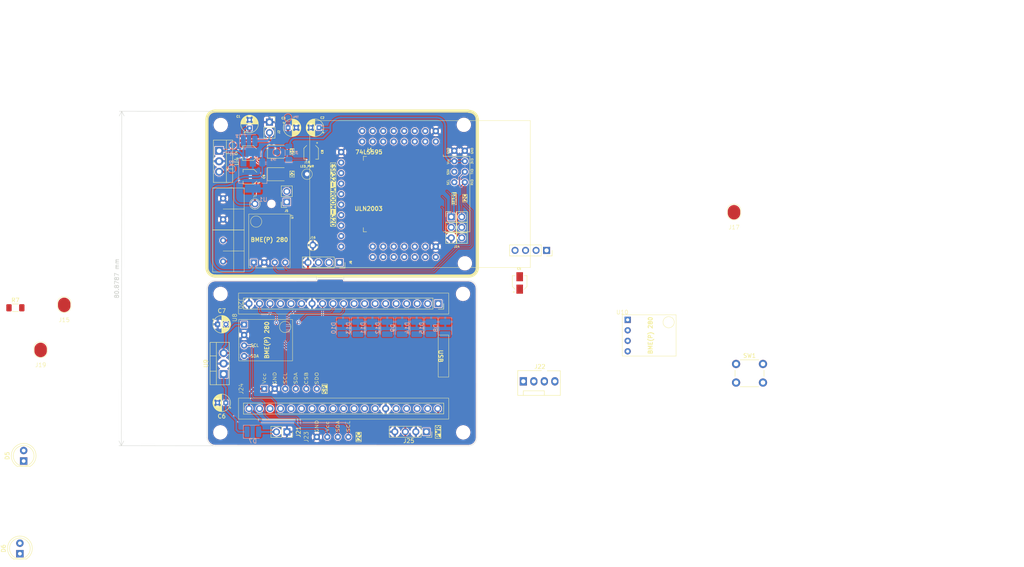
<source format=kicad_pcb>
(kicad_pcb (version 20240108) (generator "pcbnew") (generator_version "8.0")
  (layers (0 "F.Cu" signal) (31 "B.Cu" signal) (34 "B.Paste" user) (35 "F.Paste" user) (36 "B.SilkS" user "B.Silkscreen") (37 "F.SilkS" user "F.Silkscreen") (38 "B.Mask" user) (39 "F.Mask" user) (44 "Edge.Cuts" user))
  (net 0 "")
  (net 1 "GND")
  (net 2 "+3V3")
  (net 3 "+5V")
  (net 4 "/RXD")
  (net 5 "/TXD")
  (net 6 "/SDA")
  (net 7 "/GPIO_33")
  (net 8 "/SCL")
  (net 9 "/OUT3")
  (net 10 "/EN")
  (net 11 "/SOURCE2")
  (net 12 "/SOURCE1")
  (net 13 "/SOURCE3")
  (net 14 "/VDC")
  (net 15 "/DAC1")
  (net 16 "/DAC2")
  (net 17 "/GPIO39")
  (net 18 "/GPIO19")
  (net 19 "/GPIO17")
  (net 20 "/GPIO5")
  (net 21 "/GPIO18")
  (net 22 "/SD_DATA0")
  (net 23 "/ADC2_CH3")
  (net 24 "/SD_DATA3")
  (net 25 "/SD_CMD")
  (net 26 "/SD_CLK")
  (net 27 "/SD_DATA2")
  (net 28 "/SD_DATA1")
  (net 29 "/ADC2_CH0")
  (net 30 "/GPIO23")
  (net 31 "/GPIO36")
  (net 32 "/ADC2_CH2")
  (net 33 "/BOOT")
  (net 34 "/GPIO13")
  (net 35 "/SOURCE4")
  (net 36 "/SOURCE5")
  (net 37 "/SIPO_DATA")
  (net 38 "/SIPO_CLK")
  (net 39 "/SIPO_LATCH")
  (net 40 "/GPIO14")
  (net 41 "/OUT1")
  (net 42 "/VIN")
  (net 45 "Net-(D5-Pad1)")
  (net 46 "Net-(J15-Pin_1)")
  (net 47 "Net-(J19-Pin_1)")
  (net 48 "/OUT2")
  (net 60 "/RX")
  (net 65 "/TX")
  (net 76 "/SCL-2")
  (net 77 "/SDA-2")
  (net 80 "/12V")
  (net 82 "/QB-2")
  (net 83 "/QC-2")
  (net 84 "/QE-2")
  (net 85 "/QA-2")
  (net 86 "/QD-2")
  (net 87 "/QG-2")
  (net 88 "/QH-2")
  (net 89 "/QF-2")
  (net 90 "/SPI-SDO")
  (net 91 "/SPI-CSB")
  (net 92 "/SPI-SCL")
  (net 93 "/SPI-SDA")
  (net 94 "/D23")
  (net 95 "/D18")
  (footprint "Capacitor_THT:CP_Radial_D4.0mm_P2.00mm" (layer "F.Cu") (at 107 44.2 180)
    (property "Reference" "C2")
    (property "Value" "1uF")
  )
  (footprint "LED_SMD:LED_1210_3225Metric_Pad1.42x2.65mm_HandSolder" (layer "F.Cu") (at 97 55.45)
    (property "Reference" "D2")
    (property "Value" "STATUS")
  )
  (footprint "Capacitor_SMD:CP_Elec_3x5.3" (layer "F.Cu") (at 90.3 50.35 180)
    (property "Reference" "C4")
    (property "Value" "0.1uF")
  )
  (footprint "Resistor_SMD:R_1206_3216Metric_Pad1.30x1.75mm_HandSolder" (layer "F.Cu") (at 33.612 87.7585)
    (property "Reference" "R7")
    (property "Value" "4K7")
  )
  (footprint "LED_THT:LED_D5.0mm" (layer "F.Cu") (at 34.7 147.25 90)
    (property "Reference" "D6")
    (property "Value" "LED_STATUS")
  )
  (footprint "Button_Switch_THT:SW_PUSH_6mm" (layer "F.Cu") (at 207.8 101.35)
    (property "Reference" "SW1")
    (property "Value" "SW_Push")
  )
  (footprint "Connector:FanPinHeader_1x04_P2.54mm_Vertical" (layer "F.Cu") (at 156.38 105.55)
    (property "Reference" "J22")
    (property "Value" "Conn_01x04_Pin")
  )
  (footprint "Alexander Footprint Library:Pad_1x01_P2.54_SMD" (layer "F.Cu") (at 39.712 102.098)
    (property "Reference" "J19")
    (property "Value" "LED_PWR")
  )
  (footprint "Alexanddr Footprints Library:ESP32-WROOM-Adapter-Socket-2" (layer "F.Cu") (at 127.6 60.25 -90)
    (property "Reference" "J1")
    (property "Value" "~")
  )
  (footprint "Alexander Footprint Library:Pad_1x01_P2.54_SMD" (layer "F.Cu") (at 45.412 91.198)
    (property "Reference" "J15")
    (property "Value" "LED_PWR")
  )
  (footprint "MountingHole:MountingHole_3mm" (layer "F.Cu") (at 142 43.5)
    (property "Reference" "H1" (hide yes))
    (property "Value" "MountingHole_Pad")
  )
  (footprint "Connector_PinSocket_2.54mm:PinSocket_1x02_P2.54mm_Vertical" (layer "F.Cu") (at 99.25 117.775 -90)
    (property "Reference" "J21")
    (property "Value" "PWR")
  )
  (footprint "MountingHole:MountingHole_3mm" (layer "F.Cu") (at 83.25 43.53)
    (property "Reference" "H2" (hide yes))
    (property "Value" "MountingHole_Pad")
  )
  (footprint "Alexander Footprints Library:Conn_Terminal_5mm" (layer "F.Cu") (at 83.82 53.69)
    (property "Reference" "J9" (hide yes))
    (property "Value" "Conn_01x02_Socket")
  )
  (footprint "Alexander Footprint Library:Pad_1x01_P2.54_SMD" (layer "F.Cu") (at 207.3 68.7895)
    (property "Reference" "J17")
    (property "Value" "GND")
  )
  (footprint "MountingHole:MountingHole_3mm" (layer "F.Cu") (at 141.85 117.9)
    (property "Reference" "H4" (hide yes))
    (property "Value" "MountingHole_Pad")
  )
  (footprint "Capacitor_THT:CP_Radial_D4.0mm_P2.00mm" (layer "F.Cu") (at 82.5 91.75)
    (property "Reference" "C7")
    (property "Value" "1uF")
  )
  (footprint "Connector_PinSocket_2.54mm:PinSocket_1x04_P2.54mm_Vertical" (layer "F.Cu") (at 132.94 117.75 -90)
    (property "Reference" "J25")
    (property "Value" "PWR_SATA_Conn_01x04")
  )
  (footprint "Capacitor_SMD:CP_Elec_3x5.3" (layer "F.Cu") (at 90.4 56.05 180)
    (property "Reference" "C9")
    (property "Value" "0.1uF")
  )
  (footprint "Alexander Footprint Library:PinSocket_1x01_P2.54" (layer "F.Cu") (at 91.5 65.19)
    (property "Reference" "J7")
    (property "Value" "LED_PWR")
  )
  (footprint "Alexander Footprint Library:Conn_SPI" (layer "F.Cu") (at 88.68 107.35 90)
    (property "Reference" "J24")
    (property "Value" "~")
  )
  (footprint "Connector_PinSocket_2.54mm:PinSocket_1x02_P2.54mm_Vertical" (layer "F.Cu") (at 95.025 42.85)
    (property "Reference" "J2")
    (property "Value" "PWR")
  )
  (footprint "Connector_PinSocket_2.54mm:PinSocket_1x04_P2.54mm_Vertical" (layer "F.Cu") (at 111.94 76.8 -90)
    (property "Reference" "J6")
    (property "Value" "SOURCE")
  )
  (footprint "MountingHole:MountingHole_3mm" (layer "F.Cu") (at 83.15 117.9)
    (property "Reference" "H4" (hide yes))
    (property "Value" "MountingHole_Pad")
  )
  (footprint "Connector_PinSocket_2.54mm:PinSocket_1x04_P2.54mm_Vertical" (layer "F.Cu") (at 162 73.875 -90)
    (property "Reference" "J10" (hide yes))
    (property "Value" "ADC")
  )
  (footprint "Capacitor_SMD:CP_Elec_3x5.3" (layer "F.Cu") (at 155.5 81.75 90)
    (property "Reference" "C5")
    (property "Value" "0.1uF")
  )
  (footprint "MountingHole:MountingHole_3mm" (layer "F.Cu") (at 141.8 84.4)
    (property "Reference" "H4" (hide yes))
    (property "Value" "MountingHole_Pad")
  )
  (footprint "Capacitor_THT:CP_Radial_D4.0mm_P2.00mm" (layer "F.Cu") (at 99.5 44.2)
    (property "Reference" "C3")
    (property "Value" "1uF")
  )
  (footprint "Alexander Footprint Library:Conn_ESP32_WROOM-DevKit-38pins" (layer "F.Cu") (at 87.54 86.75 -90)
    (property "Reference" "J20")
    (property "Value" "~")
  )
  (footprint "Capacitor_SMD:CP_Elec_3x5.3" (layer "F.Cu") (at 105.1 50.05 -90)
    (property "Reference" "C8")
    (property "Value" "10uF")
  )
  (footprint "Alexander Footprint Library:LD1117" (layer "F.Cu") (at 83.945 103.79 90)
    (property "Reference" "U9")
    (property "Value" "L7805")
  )
  (footprint "Alexander Footprint Library:PinSocket_1x01_P2.54" (layer "F.Cu") (at 104.1 57.99)
    (property "Reference" "J18")
    (property "Value" "LED_PWR")
  )
  (footprint "Alexander Footprint Library:Conn_I2C" (layer "F.Cu") (at 98.84 119 90)
    (property "Reference" "J23")
    (property "Value" "I2C")
  )
  (footprint "Capacitor_THT:CP_Radial_D4.0mm_P2.00mm" (layer "F.Cu") (at 84.4726 110.75 180)
    (property "Reference" "C6")
    (property "Value" "1uF")
  )
  (footprint "Alexander Footprint Library:BME280_BMP280_I2C" (layer "F.Cu") (at 180.3 89.45)
    (property "Reference" "U10")
    (property "Value" "BME(P)280")
  )
  (footprint "MountingHole:MountingHole_3mm" (layer "F.Cu") (at 83.2 84.4)
    (property "Reference" "H4" (hide yes))
    (property "Value" "MountingHole_Pad")
  )
  (footprint "Connector_PinSocket_2.54mm:PinSocket_1x02_P2.54mm_Vertical" (layer "F.Cu") (at 99.2 62.15 180)
    (property "Reference" "J5")
    (property "Value" "DAC")
  )
  (footprint "Alexander Footprint Library:CONN_2x3" (layer "F.Cu") (at 138.96 60.68)
    (property "Reference" "J14")
    (property "Value" "GPIO")
  )
  (footprint "Alexander Footprints Library:Conn_UART" (layer "F.Cu") (at 139.7 42.15)
    (property "Reference" "J3" (hide yes))
    (property "Value" "UART")
  )
  (footprint "Alexander Footprint Library:PinSocket_1x01_P2.54" (layer "F.Cu") (at 105.5 75.19)
    (property "Reference" "J16")
    (property "Value" "GND")
  )
  (footprint "Capacitor_THT:CP_Radial_D4.0mm_P2.00mm" (layer "F.Cu") (at 90.2 44.3 90)
    (property "Reference" "C1")
    (property "Value" "1uF")
  )
  (footprint "Alexander Footprint Library:BME280_BMP280_I2C" (layer "F.Cu") (at 90 78.1 90)
    (property "Reference" "U7")
    (property "Value" "BME(P)280")
  )
  (footprint "Alexander Footprint Library:LD1117" (layer "F.Cu") (at 82.855 49.77 -90)
    (property "Reference" "U4")
    (property "Value" "L7805")
  )
  (footprint "Alexander Footprints Library:Conn_I2C" (layer "F.Cu") (at 142.24 42.15)
    (property "Reference" "J4" (hide yes))
    (property "Value" "I2C")
  )
  (footprint "LED_THT:LED_D5.0mm" (layer "F.Cu") (at 35.612 124.8335 90)
    (property "Reference" "D5")
    (property "Value" "LED_PWR")
  )
  (footprint "Alexander Footprint Library:BME280_BMP280_I2C" (layer "F.Cu") (at 87.6 90.59)
    (property "Reference" "U8")
    (property "Value" "BME(P)280")
  )
  (footprint "LED_SMD:LED_1210_3225Metric_Pad1.42x2.65mm_HandSolder" (layer "F.Cu") (at 97 50)
    (property "Reference" "D1")
    (property "Value" "PWR")
  )
  (footprint "MountingHole:MountingHole_3mm" (layer "F.Cu") (at 142.25 77)
    (property "Reference" "H4" (hide yes))
    (property "Value" "MountingHole_Pad")
  )
  (footprint "Alexander Footprints Library:Conn_Terminal_5mm" (layer "F.Cu") (at 83.82 63.85)
    (property "Reference" "J8" (hide yes))
    (property "Value" "Conn_01x02_Socket")
  )
  (footprint "TestPoint:TestPoint_Pad_D1.5mm" (layer "B.Cu") (at 99.5 41.75 180)
    (property "Reference" "TP4")
    (property "Value" "5V")
  )
  (footprint "LED_SMD:LED_1210_3225Metric_Pad1.42x2.65mm_HandSolder" (layer "B.Cu") (at 127.1 92.65 -90)
    (property "Reference" "D9")
    (property "Value" "PWR")
  )
  (footprint "TestPoint:TestPoint_Pad_D1.5mm" (layer "B.Cu") (at 96.8 50.15 180)
    (property "Reference" "TP3")
    (property "Value" "3V3")
  )
  (footprint "LED_SMD:LED_1210_3225Metric_Pad1.42x2.65mm_HandSolder" (layer "B.Cu") (at 119.9 92.65 -90)
    (property "Reference" "D11")
    (property "Value" "PWR")
  )
  (footprint "Diode_SMD:D_1210_3225Metric" (layer "B.Cu") (at 91 117.75)
    (property "Reference" "D7")
    (property "Value" "D")
  )
  (footprint "LED_SMD:LED_1210_3225Metric_Pad1.42x2.65mm_HandSolder" (layer "B.Cu") (at 134.1 92.65 -90)
    (property "Reference" "D15")
    (property "Value" "PWR")
  )
  (footprint "Resistor_SMD:R_1206_3216Metric_Pad1.30x1.75mm_HandSolder" (layer "B.Cu") (at 99.7 50.25 -90)
    (property "Reference" "R1")
    (property "Value" "10K")
  )
  (footprint "Diode_SMD:D_1210_3225Metric" (layer "B.Cu") (at 90.1 47.4)
    (property "Reference" "D4")
    (property "Value" "D")
  )
  (footprint "LED_SMD:LED_1210_3225Metric_Pad1.42x2.65mm_HandSolder" (layer "B.Cu") (at 130.6 92.65 -90)
    (property "Reference" "D14")
    (property "Value" "PWR")
  )
  (footprint "TestPoint:TestPoint_Pad_D1.5mm" (layer "B.Cu") (at 86.2 48.45 180)
    (property "Reference" "TP1")
    (property "Value" "VIN")
  )
  (footprint "LED_SMD:LED_1210_3225Metric_Pad1.42x2.65mm_HandSolder" (layer "B.Cu") (at 123.5 92.65 -90)
    (property "Reference" "D12")
    (property "Value" "PWR")
  )
  (footprint "TestPoint:TestPoint_Pad_D1.5mm" (layer "B.Cu") (at 85.9 54.15 180)
    (property "Reference" "TP2")
    (property "Value" "GND")
  )
  (footprint "LED_SMD:LED_1210_3225Metric_Pad1.42x2.65mm_HandSolder" (layer "B.Cu") (at 116.4 92.65 -90)
    (property "Reference" "D13")
    (property "Value" "PWR")
  )
  (footprint "LED_SMD:LED_1210_3225Metric_Pad1.42x2.65mm_HandSolder" (layer "B.Cu") (at 112.8 92.65 -90)
    (property "Reference" "D10")
    (property "Value" "PWR")
  )
  (footprint "Package_TO_SOT_SMD:SOT-223-3_TabPin2" (layer "B.Cu") (at 91 55.75 -90)
    (property "Reference" "U1")
    (property "Value" "MAX1726EUK33")
  )
  (footprint "LED_SMD:LED_1210_3225Metric_Pad1.42x2.65mm_HandSolder" (layer "B.Cu") (at 137.5 92.65 -90)
    (property "Reference" "D8")
    (property "Value" "PWR")
  )
  (gr_line (start 145.25 42.11421) (end 145.25 78.085782) (stroke (width 0.75)) (layer "F.SilkS"))
  (gr_line (start 81.914218 40.164218) (end 143.08579 40.164218) (stroke (width 0.75)) (layer "F.SilkS"))
  (gr_arc (start 145.25 78.085782) (mid 144.66422 79.500007) (end 143.25 80.085782) (stroke (width 0.75)) (layer "F.SilkS"))
  (gr_line (start 79.914218 42.11421) (end 79.914218 78.085782) (stroke (width 0.75)) (layer "F.SilkS"))
  (gr_arc (start 81.914218 80.085782) (mid 80.499999 79.500001) (end 79.914218 78.085782) (stroke (width 0.75)) (layer "F.SilkS"))
  (gr_arc (start 143.25 40.25) (mid 144.664214 40.835786) (end 145.25 42.25) (stroke (width 0.75)) (layer "F.SilkS"))
  (gr_arc (start 79.914218 42.164218) (mid 80.499999 40.749999) (end 81.914218 40.164218) (stroke (width 0.75)) (layer "F.SilkS"))
  (gr_line (start 81.914214 80.085782) (end 143.085786 80.085782) (stroke (width 0.75)) (layer "F.SilkS"))
  (gr_line (start 82.014214 80.235786) (end 106.4 80.25) (stroke (width 0.1)) (layer "Edge.Cuts"))
  (gr_line (start 80 42.25) (end 80.014214 78.235786) (stroke (width 0.1)) (layer "Edge.Cuts"))
  (gr_arc (start 79.921321 83.157107) (mid 80.507106 81.742896) (end 81.921321 81.157107) (stroke (width 0.1)) (layer "Edge.Cuts"))
  (gr_line (start 81.921321 121.128679) (end 143.107107 121.142893) (stroke (width 0.1)) (layer "Edge.Cuts"))
  (gr_arc (start 81.921321 121.128679) (mid 80.507101 120.542899) (end 79.921321 119.128679) (stroke (width 0.1)) (layer "Edge.Cuts"))
  (gr_line (start 143.092893 81.157107) (end 113 81.15) (stroke (width 0.1)) (layer "Edge.Cuts"))
  (gr_arc (start 145.107107 119.142893) (mid 144.521321 120.557107) (end 143.107107 121.142893) (stroke (width 0.1)) (layer "Edge.Cuts"))
  (gr_line (start 106.4 81.15) (end 81.921321 81.157107) (stroke (width 0.1)) (layer "Edge.Cuts"))
  (gr_arc (start 143.185786 40.264214) (mid 144.600004 40.849996) (end 145.185786 42.264214) (stroke (width 0.1)) (layer "Edge.Cuts"))
  (gr_line (start 113 80.25) (end 143.185786 80.235786) (stroke (width 0.1)) (layer "Edge.Cuts"))
  (gr_arc (start 82.014214 80.235786) (mid 80.599996 79.650004) (end 80.014214 78.235786) (stroke (width 0.1)) (layer "Edge.Cuts"))
  (gr_line (start 145.185786 42.264214) (end 145.185786 78.235786) (stroke (width 0.1)) (layer "Edge.Cuts"))
  (gr_arc (start 80 42.25) (mid 80.585786 40.835786) (end 82 40.25) (stroke (width 0.1)) (layer "Edge.Cuts"))
  (gr_line (start 145.107107 119.142893) (end 145.092893 83.157107) (stroke (width 0.1)) (layer "Edge.Cuts"))
  (gr_line (start 79.921321 119.128679) (end 79.921321 83.157107) (stroke (width 0.1)) (layer "Edge.Cuts"))
  (gr_line (start 106.4 81.15) (end 106.4 80.25) (stroke (width 0.1)) (layer "Edge.Cuts"))
  (gr_arc (start 145.185786 78.235786) (mid 144.600004 79.650004) (end 143.185786 80.235786) (stroke (width 0.1)) (layer "Edge.Cuts"))
  (gr_arc (start 143.092893 81.157107) (mid 144.507112 81.742888) (end 145.092893 83.157107) (stroke (width 0.1)) (layer "Edge.Cuts"))
  (gr_line (start 113 81.15) (end 113 80.25) (stroke (width 0.1)) (layer "Edge.Cuts"))
  (gr_line (start 143.185786 40.264214) (end 82 40.25) (stroke (width 0.1)) (layer "Edge.Cuts"))
  (gr_text "SCL" (at 90.4 96.85 0) (layer "F.SilkS") (effects (font (size 0.7 0.7) (thickness 0.125) (bold yes)) (justify left)))
  (gr_text "SDA" (at 90.4 99.45 0) (layer "F.SilkS") (effects (font (size 0.7 0.7) (thickness 0.125) (bold yes)) (justify left)))
  (gr_text "PWR" (at 136.4 119.55 90) (layer "F.SilkS" knockout) (effects (font (size 1 1) (thickness 0.25) (bold yes)) (justify left bottom)))
  (gr_text "74LS595" (at 119.057143 50.1 0) (layer "F.SilkS") (effects (font (size 1 1) (thickness 0.2) (bold yes))))
  (gr_text "ULN2003" (at 115.5 64.374 0) (layer "F.SilkS") (effects (font (size 1 1) (thickness 0.2) (bold yes)) (justify left bottom)))
  (dimension (type aligned) (layer "Edge.Cuts") (pts (xy 81.921321 121.128679) (xy 82 40.25)) (height -22.6907) (gr_text "80.8787 mm" (at 58.119973 80.666146 89.94426182) (layer "Edge.Cuts") (effects (font (size 1 1) (thickness 0.15)))) (format (prefix "") (suffix "") (units 3) (units_format 1) (precision 4)) (style (thickness 0.1) (arrow_length 1.27) (text_position_mode 0) (extension_height 0.58642) (extension_offset 0.5) keep_text_aligned))
  (segment (start 84.21 66) (end 83.82 66.39) (width 0.5) (layer "F.Cu") (net 1))
  (segment (start 95.5 54.8625) (end 95.5125 54.85) (width 0.25) (layer "F.Cu") (net 1))
  (segment (start 95.5 55.4625) (end 95.5125 55.45) (width 0.25) (layer "F.Cu") (net 1))
  (segment (start 91.5 59.65) (end 91.9 59.25) (width 0.5) (layer "F.Cu") (net 2))
  (segment (start 90.08 108.57) (end 90.08 112.15) (width 0.5) (layer "F.Cu") (net 2))
  (segment (start 91.3 107.35) (end 90.08 108.57) (width 0.5) (layer "F.Cu") (net 2))
  (segment (start 91.9 59.25) (end 91.9 56.05) (width 0.5) (layer "F.Cu") (net 2))
  (segment (start 93.76 107.35) (end 91.3 107.35) (width 0.5) (layer "F.Cu") (net 2))
  (segment (start 91.5 62.62) (end 91.5 59.65) (width 0.5) (layer "F.Cu") (net 2))
  (segment (start 98.4875 50) (end 101.05 50) (width 0.5) (layer "F.Cu") (net 2))
  (segment (start 102.5 48.55) (end 105.1 48.55) (width 0.5) (layer "F.Cu") (net 2))
  (segment (start 101.05 50) (end 102.5 48.55) (width 0.5) (layer "F.Cu") (net 2))
  (segment (start 96.075 48.7) (end 97.525 48.7) (width 0.5) (layer "B.Cu") (net 2))
  (segment (start 109.408578 44.2) (end 107 44.2) (width 0.5) (layer "B.Cu") (net 2))
  (segment (start 93.21 115.25) (end 101 115.25) (width 0.5) (layer "B.Cu") (net 2))
  (segment (start 81.3 75.997918) (end 81.3 59.75104) (width 0.5) (layer "B.Cu") (net 2))
  (segment (start 93.3 54.905025) (end 93.3 52.6) (width 0.5) (layer "B.Cu") (net 2))
  (segment (start 100 48.7) (end 100 48.03033) (width 0.5) (layer "B.Cu") (net 2))
  (segment (start 139.13 52.31) (end 139.7 52.31) (width 0.5) (layer "B.Cu") (net 2))
  (segment (start 138.156949 51.906949) (end 138.03 51.78) (width 0.5) (layer "B.Cu") (net 2))
  (segment (start 109 117.5) (end 109 119) (width 0.5) (layer "B.Cu") (net 2))
  (segment (start 84.202081 78.9) (end 89.990883 78.9) (width 0.5) (layer "B.Cu") (net 2))
  (segment (start 109.75 45) (end 109.75 44.141421) (width 0.5) (layer "B.Cu") (net 2))
  (segment (start 109.75 43.858578) (end 109.75 44.141421) (width 0.5) (layer "B.Cu") (net 2))
  (segment (start 104.722182 46.75) (end 106.277817 46.75) (width 0.5) (layer "B.Cu") (net 2))
  (segment (start 139.7 52.31) (end 142.24 52.31) (width 0.5) (layer "B.Cu") (net 2))
  (segment (start 137.5 50.500466) (end 137.5 43.883883) (width 0.5) (layer "B.Cu") (net 2))
  (segment (start 88.207106 62.75) (end 91.5 62.75) (width 0.5) (layer "B.Cu") (net 2))
  (segment (start 86.5 61.042893) (end 86.5 57.5) (width 0.5) (layer "B.Cu") (net 2))
  (segment (start 106.277817 46.75) (end 108 46.75) (width 0.5) (layer "B.Cu") (net 2))
  (segment (start 101 115.25) (end 102.5 116.75) (width 0.5) (layer "B.Cu") (net 2))
  (segment (start 91.22 77.670883) (end 91.22 76.8) (width 0.5) (layer "B.Cu") (net 2))
  (segment (start 89.455634 56.1) (end 92.105025 56.1) (width 0.5) (layer "B.Cu") (net 2))
  (segment (start 96.075 48.7) (end 95.177817 48.7) (width 0.5) (layer "B.Cu") (net 2))
  (segment (start 90.11 112.15) (end 93.21 115.25) (width 0.5) (layer "B.Cu") (net 2))
  (segment (start 108.25 116.75) (end 109 117.5) (width 0.5) (layer "B.Cu") (net 2))
  (segment (start 104.722182 46.75) (end 101.28033 46.75) (width 0.5) (layer "B.Cu") (net 2))
  (segment (start 108 46.75) (end 109.75 45) (width 0.5) (layer "B.Cu") (net 2))
  (segment (start 96.8 49.425) (end 96.8 50.15) (width 0.25) (layer "B.Cu") (net 2))
  (segment (start 109.75 43.625) (end 109.75 43.858578) (width 0.5) (layer "B.Cu") (net 2))
  (segment (start 110.015165 42.984834) (end 110.5 42.5) (width 0.5) (layer "B.Cu") (net 2))
  (segment (start 93.3 52.6) (end 93.3 50.577817) (width 0.5) (layer "B.Cu") (net 2))
  (segment (start 82.75104 58.3) (end 84.144365 58.3) (width 0.5) (layer "B.Cu") (net 2))
  (segment (start 102.5 116.75) (end 108.25 116.75) (width 0.5) (layer "B.Cu") (net 2))
  (segment (start 112.31066 41.75) (end 135.366116 41.75) (width 0.5) (layer "B.Cu") (net 2))
  (segment (start 100 48.7) (end 97.525 48.7) (width 0.5) (layer "B.Cu") (net 2))
  (arc (start 136.875 42.375) (mid 137.337567 43.067281) (end 137.5 43.883883) (width 0.5) (layer "B.Cu") (net 2))
  (arc (start 137.5 50.500466) (mid 137.637742 51.192944) (end 138.03 51.78) (width 0.5) (layer "B.Cu") (net 2))
  (arc (start 93.3 54.905025) (mid 93.209037 55.362322) (end 92.95 55.75) (width 0.5) (layer "B.Cu") (net 2))
  (arc (start 86.8 57.2) (mid 85.581584 58.014119) (end 84.144365 58.3) (width 0.5) (layer "B.Cu") (net 2))
  (arc (start 89.455634 56.1) (mid 88.018415 56.38588) (end 86.8 57.2) (width 0.5) (layer "B.Cu") (net 2))
  (arc (start 86.5 61.042893) (mid 86.629945 61.696174) (end 87 62.25) (width 0.5) (layer "B.Cu") (net 2))
  (arc (start 82.75104 58.3) (mid 82.195751 58.410453) (end 81.725 58.725) (width 0.5) (layer "B.Cu") (net 2))
  (arc (start 92.95 55.75) (mid 92.562322 56.009037) (end 92.105025 56.1) (width 0.5) (layer "B.Cu") (net 2))
  (arc (start 95.177817 48.7) (mid 94.459207 48.84294) (end 93.85 49.25) (width 0.5) (layer "B.Cu") (net 2))
  (arc (start 96.8 49.425) (mid 96.587652 48.912347) (end 96.075 48.7) (width 0.25) (layer "B.Cu") (net 2))
  (arc (start 82.15 78.05) (mid 83.091502 78.679092) (end 84.202081 78.9) (width 0.5) (layer "B.Cu") (net 2))
  (arc (start 110.015165 42.984834) (mid 109.818914 43.278544) (end 109.75 43.625) (width 0.5) (layer "B.Cu") (net 2))
  (arc (start 109.75 44.141421) (mid 109.713838 44.087301) (end 109.65 44.1) (width 0.5) (layer "B.Cu") (net 2))
  (arc (start 136.875 42.375) (mid 136.182718 41.912432) (end 135.366116 41.75) (width 0.5) (layer "B.Cu") (net 2))
  (arc (start 93.85 49.25) (mid 93.44294 49.859207) (end 93.3 50.577817) (width 0.5) (layer "B.Cu") (net 2))
  (arc (start 90.86 78.54) (mid 90.461245 78.806439) (end 89.990883 78.9) (width 0.5) (layer "B.Cu") (net 2))
  (arc (start 109.65 44.1) (mid 109.539234 44.17401) (end 109.408578 44.2) (width 0.5) (layer "B.Cu") (net 2))
  (arc (start 87 62.25) (mid 87.553825 62.620054) (end 88.207106 62.75) (width 0.5) (layer "B.Cu") (net 2))
  (arc (start 81.725 58.725) (mid 81.410453 59.195751) (end 81.3 59.75104) (width 0.5) (layer "B.Cu") (net 2))
  (arc (start 138.156949 51.906949) (mid 138.603388 52.20525) (end 139.13 52.31) (width 0.5) (layer "B.Cu") (net 2))
  (arc (start 101.28033 46.75) (mid 100.790368 46.847459) (end 100.375 47.125) (width 0.5) (layer "B.Cu") (net 2))
  (arc (start 91.22 77.670883) (mid 91.126439 78.141245) (end 90.86 78.54) (width 0.5) (layer "B.Cu") (net 2))
  (arc (start 109.65 44.1) (mid 109.72401 43.989234) (end 109.75 43.858578) (width 0.5) (layer "B.Cu") (net 2))
  (arc (start 112.31066 41.75) (mid 111.330737 41.944918) (end 110.5 42.5) (width 0.5) (layer "B.Cu") (net 2))
  (arc (start 100.375 47.125) (mid 100.097459 47.540368) (end 100 48.03033) (width 0.5) (layer "B.Cu") (net 2))
  (arc (start 81.3 75.997918) (mid 81.520907 77.108496) (end 82.15 78.05) (width 0.5) (layer "B.Cu") (net 2))
  (segment (start 99.5 45.693413) (end 99.5 44.2) (width 0.5) (layer "F.Cu") (net 3))
  (segment (start 98.6375 46.9625) (end 99.2125 46.3875) (width 0.5) (layer "F.Cu") (net 3))
  (segment (start 83.945 98.71) (end 86.21 98.71) (width 0.5) (layer "F.Cu") (net 3))
  (segment (start 86.75 99.25) (end 86.75 100) (width 0.5) (layer "F.Cu") (net 3))
  (segment (start 127.86 116.39) (end 129 115.25) (width 0.5) (layer "F.Cu") (net 3))
  (segment (start 129 115.25) (end 135.25 115.25) (width 0.5) (layer "F.Cu") (net 3))
  (segment (start 135.81 114.69) (end 135.81 112.15) (width 0.5) (layer "F.Cu") (net 3))
  (segment (start 86.75 114.25) (end 87.75 115.25) (width 0.5) (layer "F.Cu") (net 3))
  (segment (start 86.75 100) (end 86.75 114.25) (width 0.5) (layer "F.Cu") (net 3))
  (segment (start 88.1 47.25) (end 97.943413 47.25) (width 0.5) (layer "F.Cu") (net 3))
  (segment (start 84.9 54.85) (end 85.4 54.35) (width 0.5) (layer "F.Cu") (net 3))
  (segment (start 85.4 54.35) (end 85.4 49.95) (width 0.5) (layer "F.Cu") (net 3))
  (segment (start 127.86 118.65) (end 127.86 116.39) (width 0.5) (layer "F.Cu") (net 3))
  (segment (start 86.21 98.71) (end 86.75 99.25) (width 0.5) (layer "F.Cu") (net 3))
  (segment (start 135.25 115.25) (end 135.81 114.69) (width 0.5) (layer "F.Cu") (net 3))
  (segment (start 82.855 54.85) (end 84.9 54.85) (width 0.5) (layer "F.Cu") (net 3))
  (segment (start 85.4 49.95) (end 88.1 47.25) (width 0.5) (layer "F.Cu") (net 3))
  (segment (start 87.75 115.25) (end 129 115.25) (width 0.5) (layer "F.Cu") (net 3))
  (arc (start 97.943413 47.25) (mid 98.31905 47.175281) (end 98.6375 46.9625) (width 0.5) (layer "F.Cu") (net 3))
  (arc (start 99.5 45.693413) (mid 99.425281 46.06905) (end 99.2125 46.3875) (width 0.5) (layer "F.Cu") (net 3))
  (segment (start 83.945 97.305) (end 84.5 96.75) (width 0.5) (layer "B.Cu") (net 3))
  (segment (start 84.5 94.05) (end 84.5 91.75) (width 0.5) (layer "B.Cu") (net 3))
  (segment (start 88.9 91.81) (end 86.74 91.81) (width 0.5) (layer "B.Cu") (net 3))
  (segment (start 83.945 98.71) (end 83.945 97.305) (width 0.5) (layer "B.Cu") (net 3))
  (segment (start 86.74 91.81) (end 84.5 94.05) (width 0.5) (layer "B.Cu") (net 3))
  (segment (start 84.5 96.75) (end 84.5 94.05) (width 0.5) (layer "B.Cu") (net 3))
  (segment (start 99.5 42.25) (end 99.5 44.2) (width 0.25) (layer "B.Cu") (net 3))
  (segment (start 139.7 57.35) (end 139.7 57.39) (width 0.25) (layer "F.Cu") (net 4))
  (segment (start 140.3 57.45) (end 139.3 57.45) (width 0.25) (layer "F.Cu") (net 4))
  (segment (start 139.7 54.85) (end 139.5 54.85) (width 0.25) (layer "F.Cu") (net 5))
  (segment (start 138.59 58.55) (end 140.4 58.55) (width 0.25) (layer "F.Cu") (net 6))
  (segment (start 138 57.96) (end 138.59 58.55) (width 0.25) (layer "F.Cu") (net 6))
  (segment (start 140.9 56.19) (end 142.24 54.85) (width 0.25) (layer "F.Cu") (net 6))
  (segment (start 140.9 58.05) (end 140.9 56.19) (width 0.25) (layer "F.Cu") (net 6))
  (segment (start 138 56.286396) (end 138 57.96) (width 0.25) (layer "F.Cu") (net 6))
  (segment (start 142.24 54.85) (end 142.24 55.51) (width 0.25) (layer "F.Cu") (net 6))
  (segment (start 140.4 58.55) (end 140.9 58.05) (width 0.25) (layer "F.Cu") (net 6))
  (segment (start 141.79 58.74) (end 141 57.95) (width 0.25) (layer "B.Cu") (net 6))
  (segment (start 140.418198 72.781802) (end 143.281802 72.781802) (width 0.25) (layer "B.Cu") (net 6))
  (segment (start 98.84 76.8) (end 98.84 78.09) (width 0.25) (layer "B.Cu") (net 6))
  (segment (start 143.55 64.45) (end 141.79 62.69) (width 0.25) (layer "B.Cu") (net 6))
  (segment (start 134.55 78.65) (end 140.418198 72.781802) (width 0.25) (layer "B.Cu") (net 6))
  (segment (start 141.79 62.69) (end 141.79 58.74) (width 0.25) (layer "B.Cu") (net 6))
  (segment (start 141 56.09) (end 142.24 54.85) (width 0.25) (layer "B.Cu") (net 6))
  (segment (start 98.84 78.09) (end 99.4 78.65) (width 0.25) (layer "B.Cu") (net 6))
  (segment (start 99.4 78.65) (end 134.55 78.65) (width 0.25) (layer "B.Cu") (net 6))
  (segment (start 143.281802 72.781802) (end 143.55 72.513604) (width 0.25) (layer "B.Cu") (net 6))
  (segment (start 143.55 72.513604) (end 143.55 64.45) (width 0.25) (layer "B.Cu") (net 6))
  (segment (start 141 57.95) (end 141 56.09) (width 0.25) (layer "B.Cu") (net 6))
  (segment (start 137.55 58.146396) (end 138.403604 59) (width 0.25) (layer "F.Cu") (net 8))
  (segment (start 140.63 59) (end 142.24 57.39) (width 0.25) (layer "F.Cu") (net 8))
  (segment (start 137.55 56.55) (end 137.55 58.146396) (width 0.25) (layer "F.Cu") (net 8))
  (segment (start 138.403604 59) (end 140.63 59) (width 0.25) (layer "F.Cu") (net 8))
  (segment (start 143.4 73.3) (end 144 72.7) (width 0.25) (layer "B.Cu") (net 8))
  (segment (start 96.95 79.1) (end 134.8 79.1) (width 0.25) (layer "B.Cu") (net 8))
  (segment (start 96.3 76.8) (end 96.3 78.45) (width 0.25) (layer "B.Cu") (net 8))
  (segment (start 144 72.7) (end 144 64.263604) (width 0.25) (layer "B.Cu") (net 8))
  (segment (start 142.24 62.503604) (end 142.24 57.39) (width 0.25) (layer "B.Cu") (net 8))
  (segment (start 96.3 78.45) (end 96.95 79.1) (width 0.25) (layer "B.Cu") (net 8))
  (segment (start 134.8 79.1) (end 140.6 73.3) (width 0.25) (layer "B.Cu") (net 8))
  (segment (start 144 64.263604) (end 142.24 62.503604) (width 0.25) (layer "B.Cu") (net 8))
  (segment (start 140.6 73.3) (end 143.4 73.3) (width 0.25) (layer "B.Cu") (net 8))
  (segment (start 91.8 52.25) (end 92.3 52.75) (width 0.25) (layer "F.Cu") (net 10))
  (segment (start 92.3 52.75) (end 103.27 52.75) (width 0.25) (layer "F.Cu") (net 10))
  (segment (start 91.8 50.35) (end 91.8 52.25) (width 0.25) (layer "F.Cu") (net 10))
  (segment (start 100 51.8) (end 103.9 51.8) (width 0.25) (layer "B.Cu") (net 10))
  (segment (start 86.37 71.47) (end 88 73.1) (width 0.5) (layer "F.Cu") (net 11))
  (segment (start 88 73.1) (end 99 73.1) (width 0.5) (layer "F.Cu") (net 11))
  (segment (start 83.82 71.47) (end 86.37 71.47) (width 0.5) (layer "F.Cu") (net 11))
  (segment (start 86.275 76.55) (end 88.075 74.75) (width 0.5) (layer "F.Cu") (net 12))
  (segment (start 83.82 76.55) (end 86.275 76.55) (width 0.5) (layer "F.Cu") (net 12))
  (segment (start 88.075 74.75) (end 99.75 74.75) (width 0.5) (layer "F.Cu") (net 12))
  (segment (start 96.71 117.775) (end 92.425 117.775) (width 0.5) (layer "B.Cu") (net 14))
  (segment (start 92.425 117.775) (end 92.4 117.75) (width 0.5) (layer "B.Cu") (net 14))
  (segment (start 95.025 46.674479) (end 95.025 45.39) (width 0.5) (layer "B.Cu") (net 14))
  (segment (start 94.299479 47.4) (end 91.5 47.4) (width 0.5) (layer "B.Cu") (net 14))
  (arc (start 95.025 46.674479) (mid 94.969773 46.952124) (end 94.8125 47.1875) (width 0.5) (layer "B.Cu") (net 14))
  (arc (start 94.8125 47.1875) (mid 94.577124 47.344773) (end 94.299479 47.4) (width 0.5) (layer "B.Cu") (net 14))
  (segment (start 141.5 68.3) (end 140.2 67) (width 0.25) (layer "B.Cu") (net 18))
  (segment (start 140.2 67) (end 140.2 60.5) (width 0.25) (layer "B.Cu") (net 18))
  (segment (start 141.5 70.84) (end 140.16 69.5) (width 0.25) (layer "B.Cu") (net 19))
  (segment (start 137.7 69.5) (end 137.1 68.9) (width 0.25) (layer "B.Cu") (net 19))
  (segment (start 140.16 69.5) (end 137.7 69.5) (width 0.25) (layer "B.Cu") (net 19))
  (segment (start 137.1 68.9) (end 137.1 63.84) (width 0.25) (layer "B.Cu") (net 19))
  (segment (start 137.1 63.84) (end 136.66 63.4) (width 0.25) (layer "B.Cu") (net 19))
  (segment (start 138.96 65.76) (end 138.96 60.61) (width 0.25) (layer "B.Cu") (net 20))
  (segment (start 138.96 60.61) (end 137.88 59.53) (width 0.25) (layer "B.Cu") (net 20))
  (segment (start 127.5 73.6) (end 128.2 72.9) (width 0.25) (layer "F.Cu") (net 21))
  (segment (start 138.96 68.3) (end 137.6 66.94) (width 0.25) (layer "B.Cu") (net 21))
  (segment (start 137.6 66.94) (end 137.6 61.65) (width 0.25) (layer "B.Cu") (net 21))
  (segment (start 137.6 61.65) (end 136.75 60.8) (width 0.25) (layer "B.Cu") (net 21))
  (segment (start 141.34 62.876396) (end 141.34 60.89) (width 0.25) (layer "B.Cu") (net 30))
  (segment (start 141.5 63.036396) (end 141.34 62.876396) (width 0.25) (layer "B.Cu") (net 30))
  (segment (start 141.5 65.76) (end 141.5 63.036396) (width 0.25) (layer "B.Cu") (net 30))
  (segment (start 89.5 46.25) (end 87.71 46.25) (width 0.5) (layer "F.Cu") (net 42))
  (segment (start 87.71 46.25) (end 84.19 49.77) (width 0.5) (layer "F.Cu") (net 42))
  (segment (start 90.2 45.55) (end 89.5 46.25) (width 0.5) (layer "F.Cu") (net 42))
  (segment (start 84.19 49.77) (end 82.855 49.77) (width 0.5) (layer "F.Cu") (net 42))
  (segment (start 90.2 44.3) (end 90.2 45.55) (width 0.5) (layer "F.Cu") (net 42))
  (segment (start 88.7 50.546446) (end 88.7 51.253553) (width 0.5) (layer "B.Cu") (net 42))
  (segment (start 84.4726 112.4726) (end 84.4726 109.5) (width 0.5) (layer "B.Cu") (net 42))
  (segment (start 88.7 45.153553) (end 88.7 47.4) (width 0.5) (layer "B.Cu") (net 42))
  (segment (start 86.2 49.11) (end 86.2 48.45) (width 0.25) (layer "B.Cu") (net 42))
  (segment (start 88.45 50.65) (end 88.2 50.4) (width 0.5) (layer "B.Cu") (net 42))
  (segment (start 88.7 50.546446) (end 88.7 47.4) (width 0.5) (layer "B.Cu") (net 42))
  (segment (start 84.4726 107.0826) (end 83.945 106.555) (width 0.5) (layer "B.Cu") (net 42))
  (segment (start 83.945 106.555) (end 83.945 103.79) (width 0.5) (layer "B.Cu") (net 42))
  (segment (start 88.45 50.65) (end 88.054368 50.254368) (width 0.5) (layer "B.Cu") (net 42))
  (segment (start 87.5 117.75) (end 87 117.25) (width 0.5) (layer "B.Cu") (net 42))
  (segment (start 89.553553 44.3) (end 90.2 44.3) (width 0.5) (layer "B.Cu") (net 42))
  (segment (start 84.4726 109.5) (end 84.4726 107.0826) (width 0.5) (layer "B.Cu") (net 42))
  (segment (start 88.7 51.253553) (end 88.7 52.6) (width 0.5) (layer "B.Cu") (net 42))
  (segment (start 89.6 117.75) (end 87.5 117.75) (width 0.5) (layer "B.Cu") (net 42))
  (segment (start 87 117.25) (end 87 115) (width 0.5) (layer "B.Cu") (net 42))
  (segment (start 87 115) (end 84.4726 112.4726) (width 0.5) (layer "B.Cu") (net 42))
  (segment (start 86.86 49.77) (end 85.54 49.77) (width 0.5) (layer "B.Cu") (net 42))
  (segment (start 86.885 49.77) (end 86.86 49.77) (width 0.5) (layer "B.Cu") (net 42))
  (segment (start 85.54 49.77) (end 82.855 49.77) (width 0.5) (layer "B.Cu") (net 42))
  (arc (start 89.553553 44.3) (mid 89.226912 44.364972) (end 88.95 44.55) (width 0.5) (layer "B.Cu") (net 42))
  (arc (start 86.2 49.11) (mid 86.393309 49.57669) (end 86.86 49.77) (width 0.25) (layer "B.Cu") (net 42))
  (arc (start 88.7 51.253553) (mid 88.635027 50.926912) (end 88.45 50.65) (width 0.5) (layer "B.Cu") (net 42))
  (arc (start 88.45 50.65) (mid 88.45 50.65) (end 88.45 50.65) (width 0.5) (layer "B.Cu") (net 42))
  (arc (start 88.45 50.65) (mid 88.609596 50.681745) (end 88.7 50.546446) (width 0.5) (layer "B.Cu") (net 42))
  (arc (start 88.054368 50.254368) (mid 87.517857 49.895883) (end 86.885 49.77) (width 0.5) (layer "B.Cu") (net 42))
  (arc (start 88.95 44.55) (mid 88.764972 44.826912) (end 88.7 45.153553) (width 0.5) (layer "B.Cu") (net 42))
  (segment (start 90.56 96.89) (end 88.9 96.89) (width 0.25) (layer "F.Cu") (net 76))
  (segment (start 92.413604 89.7) (end 90.9 91.213604) (width 0.25) (layer "F.Cu") (net 76))
  (segment (start 95.16 86.75) (end 95.16 89.19) (width 0.25) (layer "F.Cu") (net 76))
  (segment (start 90.9 91.213604) (end 90.9 96.55) (width 0.25) (layer "F.Cu") (net 76))
  (segment (start 95.19 86.75) (end 95.16 86.75) (width 0.25) (layer "F.Cu") (net 76))
  (segment (start 90.9 96.55) (end 90.56 96.89) (width 0.25) (layer "F.Cu") (net 76))
  (segment (start 94.65 89.7) (end 92.413604 89.7) (width 0.25) (layer "F.Cu") (net 76))
  (segment (start 95.16 89.19) (end 94.65 89.7) (width 0.25) (layer "F.Cu") (net 76))
  (segment (start 96.5 110.65) (end 96.5 113.425) (width 0.25) (layer "B.Cu") (net 76))
  (segment (start 96.5 113.425) (end 97.3 114.225) (width 0.25) (layer "B.Cu") (net 76))
  (segment (start 90.54 96.89) (end 90.9 97.25) (width 0.25) (layer "B.Cu") (net 76))
  (segment (start 102.975 115.725) (end 113.175 115.725) (width 0.25) (layer "B.Cu") (net 76))
  (segment (start 88.9 96.89) (end 90.54 96.89) (width 0.25) (layer "B.Cu") (net 76))
  (segment (start 95.4 109.55) (end 96.5 110.65) (width 0.25) (layer "B.Cu") (net 76))
  (segment (start 91.3 109.55) (end 95.4 109.55) (width 0.25) (layer "B.Cu") (net 76))
  (segment (start 97.3 114.225) (end 101.475 114.225) (width 0.25) (layer "B.Cu") (net 76))
  (segment (start 90.9 97.25) (end 90.9 109.15) (width 0.25) (layer "B.Cu") (net 76))
  (segment (start 101.475 114.225) (end 102.975 115.725) (width 0.25) (layer "B.Cu") (net 76))
  (segment (start 114.08 116.63) (end 114.08 119) (width 0.25) (layer "B.Cu") (net 76))
  (segment (start 113.175 115.725) (end 114.08 116.63) (width 0.25) (layer "B.Cu") (net 76))
  (segment (start 90.9 109.15) (end 91.3 109.55) (width 0.25) (layer "B.Cu") (net 76))
  (segment (start 90.6 97.486396) (end 90.6 98.85) (width 0.25) (layer "F.Cu") (net 77))
  (segment (start 90.02 99.43) (end 88.9 99.43) (width 0.25) (layer "F.Cu") (net 77))
  (segment (start 102.81 86.75) (end 99.41 90.15) (width 0.25) (layer "F.Cu") (net 77))
  (segment (start 91.35 91.4) (end 91.35 96.736396) (width 0.25) (layer "F.Cu") (net 77))
  (segment (start 99.41 90.15) (end 92.6 90.15) (width 0.25) (layer "F.Cu") (net 77))
  (segment (start 91.35 96.736396) (end 90.6 97.486396) (width 0.25) (layer "F.Cu") (net 77))
  (segment (start 90.6 98.85) (end 90.02 99.43) (width 0.25) (layer "F.Cu") (net 77))
  (segment (start 92.6 90.15) (end 91.35 91.4) (width 0.25) (layer "F.Cu") (net 77))
  (segment (start 111.54 116.99) (end 111.54 119) (width 0.25) (layer "B.Cu") (net 77))
  (segment (start 93.9 110.75) (end 93.9 113.65) (width 0.25) (layer "B.Cu") (net 77))
  (segment (start 93.9 113.65) (end 94.925 114.675) (width 0.25) (layer "B.Cu") (net 77))
  (segment (start 89.98 99.43) (end 90.42 99.87) (width 0.25) (layer "B.Cu") (net 77))
  (segment (start 102.75 116.175) (end 110.725 116.175) (width 0.25) (layer "B.Cu") (net 77))
  (segment (start 94.925 114.675) (end 101.25 114.675) (width 0.25) (layer "B.Cu") (net 77))
  (segment (start 110.725 116.175) (end 111.54 116.99) (width 0.25) (layer "B.Cu") (net 77))
  (segment (start 90.42 109.37) (end 91.1 110.05) (width 0.25) (layer "B.Cu") (net 77))
  (segment (start 101.25 114.675) (end 102.75 116.175) (width 0.25) (layer "B.Cu") (net 77))
  (segment (start 93.2 110.05) (end 93.9 110.75) (width 0.25) (layer "B.Cu") (net 77))
  (segment (start 91.1 110.05) (end 93.2 110.05) (width 0.25) (layer "B.Cu") (net 77))
  (segment (start 88.9 99.43) (end 89.98 99.43) (width 0.25) (layer "B.Cu") (net 77))
  (segment (start 90.42 99.87) (end 90.42 109.37) (width 0.25) (layer "B.Cu") (net 77))
  (segment (start 97.6 94.85) (end 97.6 93.85) (width 0.25) (layer "F.Cu") (net 90))
  (segment (start 107.86 92.79) (end 107.86 86.75) (width 0.25) (layer "F.Cu") (net 90))
  (segment (start 106.46 103.71) (end 97.6 94.85) (width 0.25) (layer "F.Cu") (net 90))
  (segment (start 106.46 107.35) (end 106.46 103.71) (width 0.25) (layer "F.Cu") (net 90))
  (segment (start 107.3 93.35) (end 107.86 92.79) (width 0.25) (layer "F.Cu") (net 90))
  (segment (start 97.6 93.85) (end 98.1 93.35) (width 0.25) (layer "F.Cu") (net 90))
  (segment (start 98.1 93.35) (end 107.3 93.35) (width 0.25) (layer "F.Cu") (net 90))
  (segment (start 102.1 91.25) (end 101.3 92.05) (width 0.25) (layer "F.Cu") (net 91))
  (segment (start 101.3 92.05) (end 97.8 92.05) (width 0.25) (layer "F.Cu") (net 91))
  (segment (start 97.15 95.036396) (end 103.92 101.806396) (width 0.25) (layer "F.Cu") (net 91))
  (segment (start 97.8 92.05) (end 97.15 92.7) (width 0.25) (layer "F.Cu") (net 91))
  (segment (start 97.15 92.7) (end 97.15 95.036396) (width 0.25) (layer "F.Cu") (net 91))
  (segment (start 103.92 101.806396) (end 103.92 107.35) (width 0.25) (layer "F.Cu") (net 91))
  (via (at 102.1 91.25) (size 0.8) (drill 0.4) (layers "F.Cu" "B.Cu") (net 91))
  (segment (start 104 89.35) (end 112.2 89.35) (width 0.25) (layer "B.Cu") (net 91))
  (segment (start 102.1 91.25) (end 104 89.35) (width 0.25) (layer "B.Cu") (net 91))
  (segment (start 112.2 89.35) (end 112.94 88.61) (width 0.25) (layer "B.Cu") (net 91))
  (segment (start 112.94 88.61) (end 112.94 86.75) (width 0.25) (layer "B.Cu") (net 91))
  (segment (start 98.84 96.11) (end 98.84 107.35) (width 0.25) (layer "B.Cu") (net 92))
  (segment (start 109.8 88.85) (end 100.2 88.85) (width 0.25) (layer "B.Cu") (net 92))
  (segment (start 110.4 86.75) (end 110.4 88.25) (width 0.25) (layer "B.Cu") (net 92))
  (segment (start 100.2 88.85) (end 99.5 89.55) (width 0.25) (layer "B.Cu") (net 92))
  (segment (start 99.5 89.55) (end 99.5 95.45) (width 0.25) (layer "B.Cu") (net 92))
  (segment (start 110.4 88.25) (end 109.8 88.85) (width 0.25) (layer "B.Cu") (net 92))
  (segment (start 99.5 95.45) (end 98.84 96.11) (width 0.25) (layer "B.Cu") (net 92))
  (segment (start 96.7 91.35) (end 96.7 95.222792) (width 0.25) (layer "F.Cu") (net 93))
  (segment (start 96.7 95.222792) (end 101.38 99.902792) (width 0.25) (layer "F.Cu") (net 93))
  (segment (start 101.38 99.902792) (end 101.38 107.35) (width 0.25) (layer "F.Cu") (net 93))
  (via (at 96.7 91.35) (size 0.8) (drill 0.4) (layers "F.Cu" "B.Cu") (net 93))
  (segment (start 96.7 91.35) (end 96.7 89.65) (width 0.25) (layer "B.Cu") (net 93))
  (segment (start 93.1 89.15) (end 92.62 88.67) (width 0.25) (layer "B.Cu") (net 93))
  (segment (start 96.2 89.15) (end 93.1 89.15) (width 0.25) (layer "B.Cu") (net 93))
  (segment (start 92.62 88.67) (end 92.62 86.75) (width 0.25) (layer "B.Cu") (net 93))
  (segment (start 96.7 89.65) (end 96.2 89.15) (width 0.25) (layer "B.Cu") (net 93))
  (zone (net 1) (net_name "GND") (layer "F.Cu") (priority 1) (connect_pads (clearance 0)) (min_thickness 0.25) (fill yes (thermal_gap 0.5) (thermal_bridge_width 0.5))
    (polygon (pts (xy 80 40.25) (xy 80.3 80.35) (xy 145.55 80.35) (xy 145.25 40.25)))
  )
  (zone (net 1) (net_name "GND") (layer "F.Cu") (priority 2) (connect_pads (clearance 0)) (min_thickness 0.25) (fill yes (thermal_gap 0.5) (thermal_bridge_width 0.5))
    (polygon (pts (xy 79.8 121.45) (xy 145.7 121.45) (xy 145.2 80.95) (xy 79.5 80.95)))
  )
  (zone (net 1) (net_name "GND") (layer "B.Cu") (connect_pads (clearance 0)) (min_thickness 0.25) (fill yes (thermal_gap 0.5) (thermal_bridge_width 0.5))
    (polygon (pts (xy 80 40.25) (xy 145.2 40.25) (xy 145.4 80.45) (xy 80.2 80.45)))
  )
  (zone (net 1) (net_name "GND") (layer "B.Cu") (priority 3) (connect_pads (clearance 0)) (min_thickness 0.25) (fill yes (thermal_gap 0.5) (thermal_bridge_width 0.5))
    (polygon (pts (xy 145.6 121.45) (xy 145.2 80.95) (xy 79.5 80.95) (xy 79.7 121.45)))
  )
)
</source>
